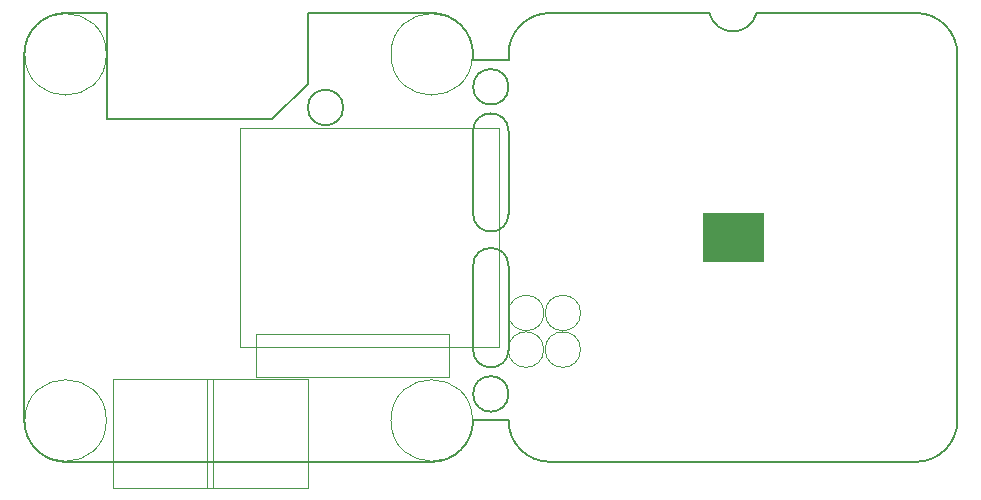
<source format=gbr>
%TF.GenerationSoftware,KiCad,Pcbnew,(5.1.8-0-10_14)*%
%TF.CreationDate,2021-02-10T22:24:43+01:00*%
%TF.ProjectId,ethersweep,65746865-7273-4776-9565-702e6b696361,rev?*%
%TF.SameCoordinates,Original*%
%TF.FileFunction,Other,User*%
%FSLAX46Y46*%
G04 Gerber Fmt 4.6, Leading zero omitted, Abs format (unit mm)*
G04 Created by KiCad (PCBNEW (5.1.8-0-10_14)) date 2021-02-10 22:24:43*
%MOMM*%
%LPD*%
G01*
G04 APERTURE LIST*
%TA.AperFunction,Profile*%
%ADD10C,0.150000*%
%TD*%
%ADD11C,0.050000*%
%ADD12C,0.010000*%
G04 APERTURE END LIST*
D10*
X163500000Y-98000000D02*
G75*
G02*
X160500000Y-98000000I-1500000J0D01*
G01*
X160500000Y-91000000D02*
G75*
G02*
X163500000Y-91000000I1500000J0D01*
G01*
X163500000Y-98000000D02*
X163500000Y-91000000D01*
X160500000Y-91000000D02*
X160500000Y-98000000D01*
X160500000Y-102400000D02*
G75*
G02*
X163500000Y-102400000I1500000J0D01*
G01*
X160500000Y-102400000D02*
X160500000Y-109500000D01*
X163500000Y-109500000D02*
X163500000Y-102400000D01*
X163500000Y-109500000D02*
G75*
G02*
X160500000Y-109500000I-1500000J0D01*
G01*
X163500000Y-87250000D02*
G75*
G03*
X163500000Y-87250000I-1500000J0D01*
G01*
X163500000Y-113250000D02*
G75*
G03*
X163500000Y-113250000I-1500000J0D01*
G01*
X160500000Y-84500000D02*
X160500000Y-85000000D01*
X163500000Y-84500000D02*
X163500000Y-85000000D01*
X160500000Y-115500000D02*
X163500000Y-115500000D01*
X163500000Y-85000000D02*
X160500000Y-85000000D01*
X149500000Y-89000000D02*
G75*
G03*
X149500000Y-89000000I-1500000J0D01*
G01*
X129500000Y-90000000D02*
X129500000Y-81000000D01*
X126000000Y-81000000D02*
X129500000Y-81000000D01*
X126000000Y-81000000D02*
G75*
G03*
X122500000Y-84500000I0J-3500000D01*
G01*
X146500000Y-81000000D02*
X157000000Y-81000000D01*
X143500000Y-90000000D02*
X129500000Y-90000000D01*
X146500000Y-87000000D02*
X143500000Y-90000000D01*
X146500000Y-81000000D02*
X146500000Y-87000000D01*
X180500000Y-81000000D02*
X167000000Y-81000000D01*
X184500000Y-81000000D02*
X198000000Y-81000000D01*
X184500000Y-81000000D02*
G75*
G02*
X180500000Y-81000000I-2000000J500000D01*
G01*
X163500000Y-84500000D02*
G75*
G02*
X167000000Y-81000000I3500000J0D01*
G01*
X201500000Y-115500000D02*
G75*
G02*
X198000000Y-119000000I-3500000J0D01*
G01*
X167000000Y-119000000D02*
G75*
G02*
X163500000Y-115500000I0J3500000D01*
G01*
X167000000Y-119000000D02*
X198000000Y-119000000D01*
X198000000Y-81000000D02*
G75*
G02*
X201500000Y-84500000I0J-3500000D01*
G01*
X201500000Y-115500000D02*
X201500000Y-84500000D01*
X122500000Y-115500000D02*
X122500000Y-84500000D01*
X160500000Y-84500000D02*
G75*
G03*
X157000000Y-81000000I-3500000J0D01*
G01*
X157000000Y-119000000D02*
G75*
G03*
X160500000Y-115500000I0J3500000D01*
G01*
X122500000Y-115500000D02*
G75*
G03*
X126000000Y-119000000I3500000J0D01*
G01*
X157000000Y-119000000D02*
X126000000Y-119000000D01*
D11*
X130000000Y-121200000D02*
X130000000Y-112000000D01*
X130000000Y-112000000D02*
X138500000Y-112000000D01*
X138500000Y-112000000D02*
X138500000Y-121200000D01*
X138500000Y-121200000D02*
X130000000Y-121200000D01*
X146500000Y-121200000D02*
X138000000Y-121200000D01*
X146500000Y-112000000D02*
X146500000Y-121200000D01*
X138000000Y-112000000D02*
X146500000Y-112000000D01*
X138000000Y-121200000D02*
X138000000Y-112000000D01*
X162670000Y-109250000D02*
X140770000Y-109250000D01*
X140770000Y-109250000D02*
X140770000Y-90750000D01*
X140770000Y-90750000D02*
X162670000Y-90750000D01*
X162670000Y-90750000D02*
X162670000Y-109250000D01*
D12*
G36*
X179960000Y-102032000D02*
G01*
X185040000Y-102032000D01*
X185040000Y-97968000D01*
X179960000Y-97968000D01*
X179960000Y-102032000D01*
G37*
X179960000Y-102032000D02*
X185040000Y-102032000D01*
X185040000Y-97968000D01*
X179960000Y-97968000D01*
X179960000Y-102032000D01*
D11*
X129450000Y-115500000D02*
G75*
G03*
X129450000Y-115500000I-3450000J0D01*
G01*
X160450000Y-115500000D02*
G75*
G03*
X160450000Y-115500000I-3450000J0D01*
G01*
X160450000Y-84500000D02*
G75*
G03*
X160450000Y-84500000I-3450000J0D01*
G01*
X129450000Y-84500000D02*
G75*
G03*
X129450000Y-84500000I-3450000J0D01*
G01*
X166474999Y-109500000D02*
G75*
G03*
X166474999Y-109500000I-1500000J0D01*
G01*
X166500000Y-106400000D02*
G75*
G03*
X166500000Y-106400000I-1500000J0D01*
G01*
X158420000Y-111800000D02*
X142120000Y-111800000D01*
X142120000Y-111800000D02*
X142120000Y-108200000D01*
X142120000Y-108200000D02*
X158420000Y-108200000D01*
X158420000Y-108200000D02*
X158420000Y-111800000D01*
X169600000Y-109500000D02*
G75*
G03*
X169600000Y-109500000I-1500000J0D01*
G01*
X169600000Y-106400000D02*
G75*
G03*
X169600000Y-106400000I-1500000J0D01*
G01*
M02*

</source>
